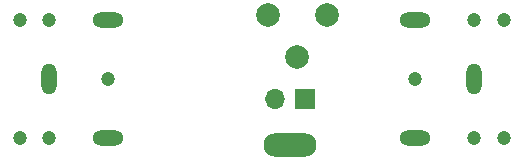
<source format=gbr>
%TF.GenerationSoftware,KiCad,Pcbnew,(6.0.0)*%
%TF.CreationDate,2022-02-18T01:59:25+09:00*%
%TF.ProjectId,mic pre,6d696320-7072-4652-9e6b-696361645f70,rev?*%
%TF.SameCoordinates,Original*%
%TF.FileFunction,Soldermask,Bot*%
%TF.FilePolarity,Negative*%
%FSLAX46Y46*%
G04 Gerber Fmt 4.6, Leading zero omitted, Abs format (unit mm)*
G04 Created by KiCad (PCBNEW (6.0.0)) date 2022-02-18 01:59:25*
%MOMM*%
%LPD*%
G01*
G04 APERTURE LIST*
%ADD10C,2.000000*%
%ADD11R,1.700000X1.700000*%
%ADD12O,1.700000X1.700000*%
%ADD13C,1.200000*%
%ADD14O,2.616000X1.308000*%
%ADD15O,1.308000X2.616000*%
%ADD16O,4.500000X2.000000*%
G04 APERTURE END LIST*
D10*
%TO.C,SW1*%
X156500000Y-94600000D03*
X154000000Y-98100000D03*
X151500000Y-94600000D03*
%TD*%
D11*
%TO.C,J1*%
X154640000Y-101700000D03*
D12*
X152100000Y-101700000D03*
%TD*%
D13*
%TO.C,J3*%
X171500000Y-105000000D03*
X169000000Y-105000000D03*
X164000000Y-100000000D03*
X169000000Y-95000000D03*
X171500000Y-95000000D03*
D14*
X164000000Y-105000000D03*
D15*
X169000000Y-100000000D03*
D14*
X164000000Y-95000000D03*
%TD*%
D13*
%TO.C,J2*%
X138000000Y-100000000D03*
X130500000Y-95000000D03*
X133000000Y-105000000D03*
X133000000Y-95000000D03*
X130500000Y-105000000D03*
D14*
X138000000Y-95000000D03*
D15*
X133000000Y-100000000D03*
D14*
X138000000Y-105000000D03*
%TD*%
D16*
%TO.C,REF\u002A\u002A*%
X153400000Y-105600000D03*
%TD*%
M02*

</source>
